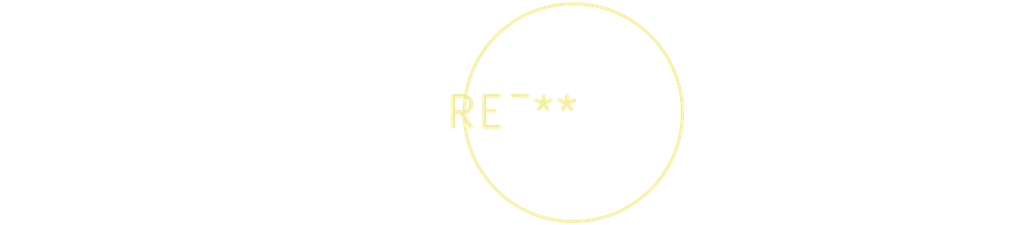
<source format=kicad_pcb>
(kicad_pcb (version 20240108) (generator pcbnew)
  (layers (0 "F.Cu" signal) (31 "B.Cu" signal) (34 "B.Paste" user) (35 "F.Paste" user) (36 "B.SilkS" user "B.Silkscreen") (37 "F.SilkS" user "F.Silkscreen") (38 "B.Mask" user) (39 "F.Mask" user) (44 "Edge.Cuts" user))
  (net 0 "")
  (footprint "L_Radial_D8.7mm_P5.00mm_Fastron_07HCP" (layer "F.Cu") (at 0 0)
    (property "Reference" "REF**")
    (property "Value" "L_Radial_D8.7mm_P5.00mm_Fastron_07HCP")
    (fp_circle (center 2.5 0) (end 6.97 0) (layer "F.SilkS") (stroke (width 0.12)) (fill none))
    (pad "1" thru_hole circle (at 0 0) (size 2.6 2.6) (drill 1.3) (layers *.Cu *.Mask) (remove_unused_layers))
    (pad "2" thru_hole circle (at 5 0) (size 2.6 2.6) (drill 1.3) (layers *.Cu *.Mask) (remove_unused_layers))
  )
)
</source>
